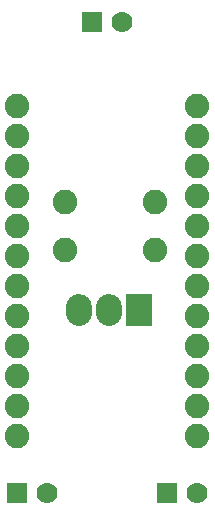
<source format=gbs>
G04 ---------------------------- Layer name :BOTTOM SOLDER LAYER*
G04 EasyEDA v5.3.14, Tue, 28 Apr 2020 13:33:28 GMT*
G04 Gerber Generator version 0.2*
G04 Scale: 100 percent, Rotated: No, Reflected: No *
G04 Dimensions in inches *
G04 leading zeros omitted , absolute positions ,2 integer and 4 decimal *
%FSLAX24Y24*%
%MOIN*%
G90*
G70D02*

%ADD23C,0.086740*%
%ADD24R,0.086740X0.106425*%
%ADD25C,0.082000*%
%ADD26R,0.070000X0.070000*%
%ADD27C,0.070000*%

%LPD*%
G54D23*
G01X2850Y6601D02*
G01X2850Y6798D01*
G01X3850Y6601D02*
G01X3850Y6798D01*
G54D24*
G01X4850Y6700D03*
G54D25*
G01X800Y13500D03*
G01X800Y12500D03*
G01X800Y11500D03*
G01X800Y10500D03*
G01X800Y9500D03*
G01X800Y8500D03*
G01X800Y7500D03*
G01X800Y6500D03*
G01X800Y5500D03*
G01X800Y4500D03*
G01X800Y3500D03*
G01X800Y2500D03*
G01X6800Y2500D03*
G01X6800Y3500D03*
G01X6800Y4500D03*
G01X6800Y5500D03*
G01X6800Y6500D03*
G01X6800Y7500D03*
G01X6800Y8500D03*
G01X6800Y9500D03*
G01X6800Y10500D03*
G01X6800Y11500D03*
G01X6800Y12500D03*
G01X6800Y13500D03*
G54D26*
G01X3300Y16300D03*
G54D27*
G01X4300Y16300D03*
G54D26*
G01X800Y600D03*
G54D27*
G01X1800Y600D03*
G54D25*
G01X2400Y8700D03*
G01X5400Y8700D03*
G01X5400Y10300D03*
G01X2400Y10300D03*
G54D26*
G01X5800Y600D03*
G54D27*
G01X6800Y600D03*
M00*
M02*

</source>
